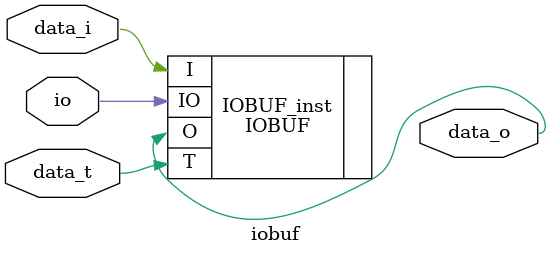
<source format=v>
`timescale 1ns / 1ps


module iobuf(
    input data_i,
    output data_o,
    input data_t,
    inout io
    );
    
       IOBUF IOBUF_inst (
       .O(data_o),   // 1-bit output: Buffer output
       .I(data_i),   // 1-bit input: Buffer input
       .IO(io), // 1-bit inout: Buffer inout (connect directly to top-level port)
       .T(data_t)    // 1-bit input: 3-state enable input
    );
endmodule

</source>
